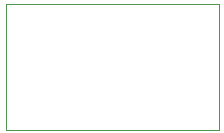
<source format=gbr>
%TF.GenerationSoftware,KiCad,Pcbnew,8.0.5*%
%TF.CreationDate,2025-06-10T11:56:57+02:00*%
%TF.ProjectId,SMA-Filter,534d412d-4669-46c7-9465-722e6b696361,rev?*%
%TF.SameCoordinates,Original*%
%TF.FileFunction,Profile,NP*%
%FSLAX46Y46*%
G04 Gerber Fmt 4.6, Leading zero omitted, Abs format (unit mm)*
G04 Created by KiCad (PCBNEW 8.0.5) date 2025-06-10 11:56:57*
%MOMM*%
%LPD*%
G01*
G04 APERTURE LIST*
%TA.AperFunction,Profile*%
%ADD10C,0.050000*%
%TD*%
G04 APERTURE END LIST*
D10*
X96774000Y-74930000D02*
X96774000Y-85598000D01*
X96774000Y-74930000D02*
X114808000Y-74930000D01*
X114808000Y-74930000D02*
X114808000Y-85598000D01*
X96774000Y-85598000D02*
X114808000Y-85598000D01*
M02*

</source>
